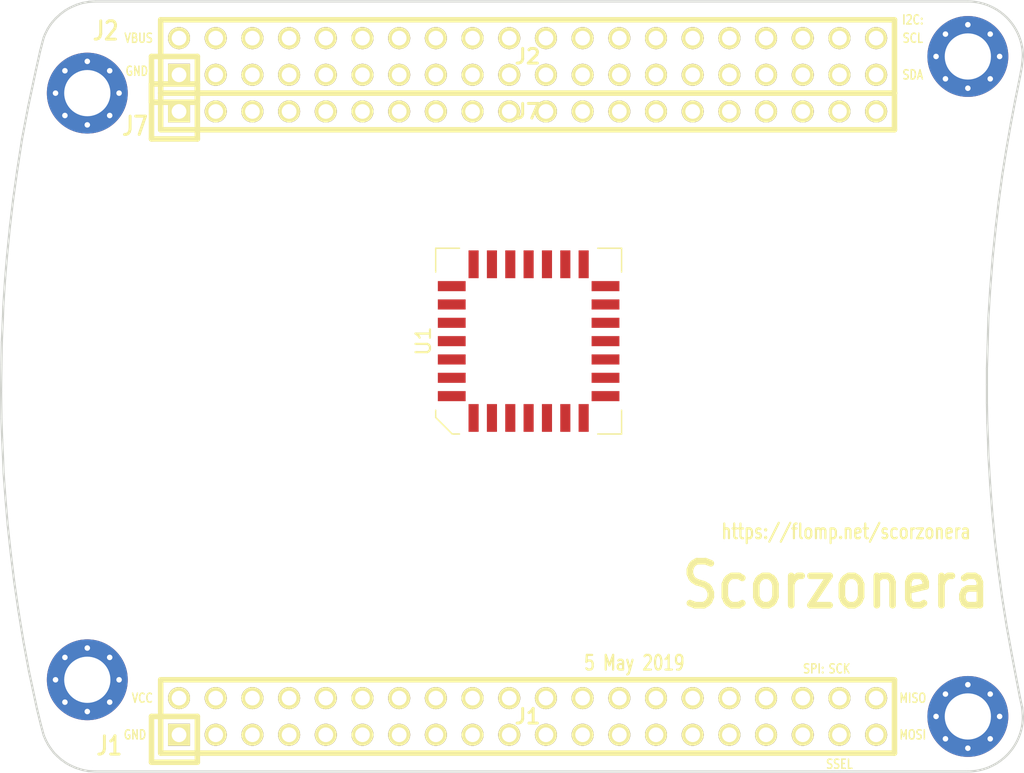
<source format=kicad_pcb>
(kicad_pcb (version 20171130) (host pcbnew 5.0.2-bee76a0~70~ubuntu18.04.1)

  (general
    (thickness 1.6)
    (drawings 118)
    (tracks 0)
    (zones 0)
    (modules 8)
    (nets 113)
  )

  (page A4)
  (layers
    (0 F.Cu signal)
    (31 B.Cu signal)
    (32 B.Adhes user)
    (33 F.Adhes user)
    (34 B.Paste user)
    (35 F.Paste user)
    (36 B.SilkS user)
    (37 F.SilkS user)
    (38 B.Mask user)
    (39 F.Mask user)
    (40 Dwgs.User user)
    (41 Cmts.User user)
    (42 Eco1.User user)
    (43 Eco2.User user)
    (44 Edge.Cuts user)
    (45 Margin user)
    (46 B.CrtYd user)
    (47 F.CrtYd user)
    (48 B.Fab user)
    (49 F.Fab user)
  )

  (setup
    (last_trace_width 0.2032)
    (user_trace_width 0.3048)
    (user_trace_width 0.508)
    (trace_clearance 0.1524)
    (zone_clearance 0.254)
    (zone_45_only no)
    (trace_min 0.2032)
    (segment_width 0.15)
    (edge_width 0.15)
    (via_size 0.762)
    (via_drill 0.3302)
    (via_min_size 0.6858)
    (via_min_drill 0.3302)
    (user_via 1.016 0.508)
    (uvia_size 0.508)
    (uvia_drill 0.2032)
    (uvias_allowed no)
    (uvia_min_size 0)
    (uvia_min_drill 0)
    (pcb_text_width 0.3)
    (pcb_text_size 1.5 1.5)
    (mod_edge_width 0.2032)
    (mod_text_size 1 1)
    (mod_text_width 0.15)
    (pad_size 1.524 1.524)
    (pad_drill 0.762)
    (pad_to_mask_clearance 0.127)
    (solder_mask_min_width 0.25)
    (pad_to_paste_clearance_ratio -0.05)
    (aux_axis_origin 0 0)
    (visible_elements FFFFFF7F)
    (pcbplotparams
      (layerselection 0x010fc_80000007)
      (usegerberextensions true)
      (usegerberattributes false)
      (usegerberadvancedattributes false)
      (creategerberjobfile false)
      (excludeedgelayer true)
      (linewidth 0.100000)
      (plotframeref false)
      (viasonmask false)
      (mode 1)
      (useauxorigin false)
      (hpglpennumber 1)
      (hpglpenspeed 20)
      (hpglpendiameter 15.000000)
      (psnegative false)
      (psa4output false)
      (plotreference false)
      (plotvalue false)
      (plotinvisibletext false)
      (padsonsilk false)
      (subtractmaskfromsilk false)
      (outputformat 1)
      (mirror false)
      (drillshape 0)
      (scaleselection 1)
      (outputdirectory "gerber"))
  )

  (net 0 "")
  (net 1 GND)
  (net 2 VCC)
  (net 3 /P4_9)
  (net 4 /SGPIO0)
  (net 5 /P4_10)
  (net 6 /P1_0)
  (net 7 /P5_0)
  (net 8 /P5_1)
  (net 9 /P1_1)
  (net 10 /CLK0)
  (net 11 /P1_2)
  (net 12 /P1_5)
  (net 13 /P5_2)
  (net 14 /P1_7)
  (net 15 /P1_6)
  (net 16 /P1_9)
  (net 17 /P1_8)
  (net 18 /P5_3)
  (net 19 /P1_10)
  (net 20 /P1_12)
  (net 21 /P1_11)
  (net 22 /P5_5)
  (net 23 /P5_4)
  (net 24 /P1_14)
  (net 25 /P1_13)
  (net 26 /P5_6)
  (net 27 /P5_7)
  (net 28 /P1_18)
  (net 29 /P1_17)
  (net 30 /P9_5)
  (net 31 /P9_6)
  (net 32 /P2_0)
  (net 33 /P6_0)
  (net 34 /P1_20)
  (net 35 /P1_19)
  (net 36 /P1_4)
  (net 37 /P1_3)
  (net 38 "Net-(J2-Pad2)")
  (net 39 /P4_8)
  (net 40 /P4_0)
  (net 41 /ADC0_0)
  (net 42 /P4_5)
  (net 43 /P4_4)
  (net 44 /P4_2)
  (net 45 /P4_3)
  (net 46 /P4_6)
  (net 47 /P4_7)
  (net 48 /CLK2)
  (net 49 /P2_8)
  (net 50 /P2_7)
  (net 51 /P2_6)
  (net 52 /P7_7)
  (net 53 /WAKEUP0)
  (net 54 /P2_5)
  (net 55 /P2_4)
  (net 56 /P2_3)
  (net 57 /PF_4)
  (net 58 /P3_2)
  (net 59 /P7_2)
  (net 60 /P3_1)
  (net 61 /P7_1)
  (net 62 /P3_0)
  (net 63 /P3_4)
  (net 64 /P3_7)
  (net 65 /P3_3)
  (net 66 /P2_2)
  (net 67 /P2_1)
  (net 68 /P6_3)
  (net 69 /P3_5)
  (net 70 /P3_6)
  (net 71 /I2C0_SDA)
  (net 72 /I2C0_SCL)
  (net 73 /P6_4)
  (net 74 /P6_5)
  (net 75 /ADC0_5)
  (net 76 /ADC0_2)
  (net 77 /P2_9)
  (net 78 /P2_12)
  (net 79 /P2_13)
  (net 80 /RTC_ALARM)
  (net 81 /RESET)
  (net 82 /VBAT)
  (net 83 /P2_11)
  (net 84 /P2_10)
  (net 85 /P6_10)
  (net 86 /P6_9)
  (net 87 /P6_2)
  (net 88 /P6_1)
  (net 89 /SGPIO3)
  (net 90 /SGPIO2)
  (net 91 /SGPIO1)
  (net 92 /SGPIO4)
  (net 93 /SGPIO5)
  (net 94 /SGPIO6)
  (net 95 "Net-(U1-Pad5)")
  (net 96 "Net-(U1-Pad6)")
  (net 97 "Net-(U1-Pad9)")
  (net 98 "Net-(U1-Pad10)")
  (net 99 "Net-(U1-Pad11)")
  (net 100 "Net-(U1-Pad12)")
  (net 101 "Net-(U1-Pad13)")
  (net 102 "Net-(U1-Pad14)")
  (net 103 "Net-(U1-Pad15)")
  (net 104 "Net-(U1-Pad16)")
  (net 105 "Net-(U1-Pad17)")
  (net 106 "Net-(U1-Pad18)")
  (net 107 "Net-(U1-Pad19)")
  (net 108 "Net-(U1-Pad22)")
  (net 109 "Net-(U1-Pad23)")
  (net 110 "Net-(U1-Pad24)")
  (net 111 /SGPIO7)
  (net 112 +5V)

  (net_class Default "This is the default net class."
    (clearance 0.1524)
    (trace_width 0.2032)
    (via_dia 0.762)
    (via_drill 0.3302)
    (uvia_dia 0.508)
    (uvia_drill 0.2032)
    (add_net +5V)
    (add_net /ADC0_0)
    (add_net /ADC0_2)
    (add_net /ADC0_5)
    (add_net /CLK0)
    (add_net /CLK2)
    (add_net /I2C0_SCL)
    (add_net /I2C0_SDA)
    (add_net /P1_0)
    (add_net /P1_1)
    (add_net /P1_10)
    (add_net /P1_11)
    (add_net /P1_12)
    (add_net /P1_13)
    (add_net /P1_14)
    (add_net /P1_17)
    (add_net /P1_18)
    (add_net /P1_19)
    (add_net /P1_2)
    (add_net /P1_20)
    (add_net /P1_3)
    (add_net /P1_4)
    (add_net /P1_5)
    (add_net /P1_6)
    (add_net /P1_7)
    (add_net /P1_8)
    (add_net /P1_9)
    (add_net /P2_0)
    (add_net /P2_1)
    (add_net /P2_10)
    (add_net /P2_11)
    (add_net /P2_12)
    (add_net /P2_13)
    (add_net /P2_2)
    (add_net /P2_3)
    (add_net /P2_4)
    (add_net /P2_5)
    (add_net /P2_6)
    (add_net /P2_7)
    (add_net /P2_8)
    (add_net /P2_9)
    (add_net /P3_0)
    (add_net /P3_1)
    (add_net /P3_2)
    (add_net /P3_3)
    (add_net /P3_4)
    (add_net /P3_5)
    (add_net /P3_6)
    (add_net /P3_7)
    (add_net /P4_0)
    (add_net /P4_10)
    (add_net /P4_2)
    (add_net /P4_3)
    (add_net /P4_4)
    (add_net /P4_5)
    (add_net /P4_6)
    (add_net /P4_7)
    (add_net /P4_8)
    (add_net /P4_9)
    (add_net /P5_0)
    (add_net /P5_1)
    (add_net /P5_2)
    (add_net /P5_3)
    (add_net /P5_4)
    (add_net /P5_5)
    (add_net /P5_6)
    (add_net /P5_7)
    (add_net /P6_0)
    (add_net /P6_1)
    (add_net /P6_10)
    (add_net /P6_2)
    (add_net /P6_3)
    (add_net /P6_4)
    (add_net /P6_5)
    (add_net /P6_9)
    (add_net /P7_1)
    (add_net /P7_2)
    (add_net /P7_7)
    (add_net /P9_5)
    (add_net /P9_6)
    (add_net /PF_4)
    (add_net /RESET)
    (add_net /RTC_ALARM)
    (add_net /SGPIO0)
    (add_net /SGPIO1)
    (add_net /SGPIO2)
    (add_net /SGPIO3)
    (add_net /SGPIO4)
    (add_net /SGPIO5)
    (add_net /SGPIO6)
    (add_net /SGPIO7)
    (add_net /VBAT)
    (add_net /WAKEUP0)
    (add_net GND)
    (add_net "Net-(J2-Pad2)")
    (add_net "Net-(U1-Pad10)")
    (add_net "Net-(U1-Pad11)")
    (add_net "Net-(U1-Pad12)")
    (add_net "Net-(U1-Pad13)")
    (add_net "Net-(U1-Pad14)")
    (add_net "Net-(U1-Pad15)")
    (add_net "Net-(U1-Pad16)")
    (add_net "Net-(U1-Pad17)")
    (add_net "Net-(U1-Pad18)")
    (add_net "Net-(U1-Pad19)")
    (add_net "Net-(U1-Pad22)")
    (add_net "Net-(U1-Pad23)")
    (add_net "Net-(U1-Pad24)")
    (add_net "Net-(U1-Pad5)")
    (add_net "Net-(U1-Pad6)")
    (add_net "Net-(U1-Pad9)")
    (add_net VCC)
  )

  (module gsg-modules:HEADER-1x20 (layer F.Cu) (tedit 560071ED) (tstamp 56008D0F)
    (at 146.05 76.2)
    (tags CONN)
    (path /560E713A)
    (fp_text reference J7 (at 0 0) (layer F.SilkS)
      (effects (font (size 1.016 1.016) (thickness 0.2032)))
    )
    (fp_text value BONUS_ROW (at -15.24 0) (layer F.SilkS) hide
      (effects (font (size 1.016 1.016) (thickness 0.2032)))
    )
    (fp_line (start -22.86 1.905) (end -22.86 -1.905) (layer F.SilkS) (width 0.381))
    (fp_line (start -22.86 -1.905) (end -26.035 -1.905) (layer F.SilkS) (width 0.381))
    (fp_line (start -26.035 -1.905) (end -26.035 1.905) (layer F.SilkS) (width 0.381))
    (fp_line (start -25.4 -1.27) (end -25.4 1.27) (layer F.SilkS) (width 0.381))
    (fp_line (start -25.4 1.27) (end 25.4 1.27) (layer F.SilkS) (width 0.381))
    (fp_line (start 25.4 1.27) (end 25.4 -1.27) (layer F.SilkS) (width 0.381))
    (fp_line (start 25.4 -1.27) (end -25.4 -1.27) (layer F.SilkS) (width 0.381))
    (fp_line (start -26.035 1.905) (end -22.86 1.905) (layer F.SilkS) (width 0.381))
    (pad 1 thru_hole rect (at -24.13 0) (size 1.524 1.524) (drill 1.016) (layers *.Cu *.Mask F.SilkS)
      (net 1 GND) (die_length 0.08382))
    (pad 2 thru_hole circle (at -21.59 0) (size 1.524 1.524) (drill 1.016) (layers *.Cu *.Mask F.SilkS)
      (net 73 /P6_4) (die_length 0.06096))
    (pad 3 thru_hole circle (at -19.05 0) (size 1.524 1.524) (drill 1.016) (layers *.Cu *.Mask F.SilkS)
      (net 74 /P6_5) (die_length 0.08382))
    (pad 4 thru_hole circle (at -16.51 0) (size 1.524 1.524) (drill 1.016) (layers *.Cu *.Mask F.SilkS)
      (net 75 /ADC0_5) (die_length -2147.483648))
    (pad 5 thru_hole circle (at -13.97 0) (size 1.524 1.524) (drill 1.016) (layers *.Cu *.Mask F.SilkS)
      (net 76 /ADC0_2) (die_length -2147.483648))
    (pad 6 thru_hole circle (at -11.43 0) (size 1.524 1.524) (drill 1.016) (layers *.Cu *.Mask F.SilkS)
      (net 77 /P2_9) (die_length 0.7874))
    (pad 7 thru_hole circle (at -8.89 0) (size 1.524 1.524) (drill 1.016) (layers *.Cu *.Mask F.SilkS)
      (net 78 /P2_12) (die_length -2147.483648))
    (pad 8 thru_hole circle (at -6.35 0) (size 1.524 1.524) (drill 1.016) (layers *.Cu *.Mask F.SilkS)
      (net 79 /P2_13) (die_length -2147.483648))
    (pad 9 thru_hole circle (at -3.81 0) (size 1.524 1.524) (drill 1.016) (layers *.Cu *.Mask F.SilkS)
      (net 80 /RTC_ALARM))
    (pad 10 thru_hole circle (at -1.27 0) (size 1.524 1.524) (drill 1.016) (layers *.Cu *.Mask F.SilkS)
      (net 1 GND))
    (pad 11 thru_hole circle (at 1.27 0) (size 1.524 1.524) (drill 1.016) (layers *.Cu *.Mask F.SilkS)
      (net 81 /RESET))
    (pad 12 thru_hole circle (at 3.81 0) (size 1.524 1.524) (drill 1.016) (layers *.Cu *.Mask F.SilkS)
      (net 82 /VBAT))
    (pad 13 thru_hole circle (at 6.35 0) (size 1.524 1.524) (drill 1.016) (layers *.Cu *.Mask F.SilkS)
      (net 83 /P2_11))
    (pad 14 thru_hole circle (at 8.89 0) (size 1.524 1.524) (drill 1.016) (layers *.Cu *.Mask F.SilkS)
      (net 84 /P2_10))
    (pad 15 thru_hole circle (at 11.43 0) (size 1.524 1.524) (drill 1.016) (layers *.Cu *.Mask F.SilkS)
      (net 85 /P6_10))
    (pad 16 thru_hole circle (at 13.97 0) (size 1.524 1.524) (drill 1.016) (layers *.Cu *.Mask F.SilkS)
      (net 86 /P6_9))
    (pad 17 thru_hole circle (at 16.51 0) (size 1.524 1.524) (drill 1.016) (layers *.Cu *.Mask F.SilkS)
      (net 87 /P6_2))
    (pad 18 thru_hole circle (at 19.05 0) (size 1.524 1.524) (drill 1.016) (layers *.Cu *.Mask F.SilkS)
      (net 88 /P6_1))
    (pad 19 thru_hole circle (at 21.59 0) (size 1.524 1.524) (drill 1.016) (layers *.Cu *.Mask F.SilkS)
      (net 1 GND))
    (pad 20 thru_hole circle (at 24.13 0) (size 1.524 1.524) (drill 1.016) (layers *.Cu *.Mask F.SilkS)
      (net 2 VCC))
  )

  (module gsg-modules:HEADER-2x20 (layer F.Cu) (tedit 4F8A60EE) (tstamp 56008C89)
    (at 146.05 118.11)
    (tags CONN)
    (path /55FB1D52)
    (fp_text reference J1 (at 0 0) (layer F.SilkS)
      (effects (font (size 1.016 1.016) (thickness 0.2032)))
    )
    (fp_text value NEIGHBOR1 (at 0 0) (layer F.SilkS) hide
      (effects (font (size 1.016 1.016) (thickness 0.2032)))
    )
    (fp_line (start -25.4 -2.54) (end 25.4 -2.54) (layer F.SilkS) (width 0.381))
    (fp_line (start 25.4 -2.54) (end 25.4 2.54) (layer F.SilkS) (width 0.381))
    (fp_line (start 25.4 2.54) (end -25.4 2.54) (layer F.SilkS) (width 0.381))
    (fp_line (start -22.86 0) (end -26.035 0) (layer F.SilkS) (width 0.381))
    (fp_line (start -26.035 0) (end -26.035 3.175) (layer F.SilkS) (width 0.381))
    (fp_line (start -26.035 3.175) (end -22.86 3.175) (layer F.SilkS) (width 0.381))
    (fp_line (start -22.86 3.175) (end -22.86 0) (layer F.SilkS) (width 0.381))
    (fp_line (start -25.4 2.54) (end -25.4 -2.54) (layer F.SilkS) (width 0.381))
    (pad 1 thru_hole rect (at -24.13 1.27) (size 1.524 1.524) (drill 1.016) (layers *.Cu *.Mask F.SilkS)
      (net 1 GND) (die_length 0.08382))
    (pad 2 thru_hole circle (at -24.13 -1.27) (size 1.524 1.524) (drill 1.016) (layers *.Cu *.Mask F.SilkS)
      (net 2 VCC) (die_length -2147.483648))
    (pad 3 thru_hole circle (at -21.59 1.27) (size 1.524 1.524) (drill 1.016) (layers *.Cu *.Mask F.SilkS)
      (net 3 /P4_9) (die_length 0.06096))
    (pad 4 thru_hole circle (at -21.59 -1.27) (size 1.524 1.524) (drill 1.016) (layers *.Cu *.Mask F.SilkS)
      (net 4 /SGPIO0) (die_length -2147.483648))
    (pad 5 thru_hole circle (at -19.05 1.27) (size 1.524 1.524) (drill 1.016) (layers *.Cu *.Mask F.SilkS)
      (net 5 /P4_10) (die_length 0.12192))
    (pad 6 thru_hole circle (at -19.05 -1.27) (size 1.524 1.524) (drill 1.016) (layers *.Cu *.Mask F.SilkS)
      (net 91 /SGPIO1) (die_length 0.12192))
    (pad 7 thru_hole circle (at -16.51 1.27) (size 1.524 1.524) (drill 1.016) (layers *.Cu *.Mask F.SilkS)
      (net 6 /P1_0) (die_length 0.12192))
    (pad 8 thru_hole circle (at -16.51 -1.27) (size 1.524 1.524) (drill 1.016) (layers *.Cu *.Mask F.SilkS)
      (net 7 /P5_0) (die_length 0.08382))
    (pad 9 thru_hole circle (at -13.97 1.27) (size 1.524 1.524) (drill 1.016) (layers *.Cu *.Mask F.SilkS)
      (net 8 /P5_1) (die_length -2147.483648))
    (pad 10 thru_hole circle (at -13.97 -1.27) (size 1.524 1.524) (drill 1.016) (layers *.Cu *.Mask F.SilkS)
      (net 9 /P1_1) (die_length 0.24638))
    (pad 11 thru_hole circle (at -11.43 1.27) (size 1.524 1.524) (drill 1.016) (layers *.Cu *.Mask F.SilkS)
      (net 10 /CLK0) (die_length -2147.483648))
    (pad 12 thru_hole circle (at -11.43 -1.27) (size 1.524 1.524) (drill 1.016) (layers *.Cu *.Mask F.SilkS)
      (net 11 /P1_2) (die_length -2147.483648))
    (pad 13 thru_hole circle (at -8.89 1.27) (size 1.524 1.524) (drill 1.016) (layers *.Cu *.Mask F.SilkS)
      (net 12 /P1_5) (die_length 0.10668))
    (pad 14 thru_hole circle (at -8.89 -1.27) (size 1.524 1.524) (drill 1.016) (layers *.Cu *.Mask F.SilkS)
      (net 13 /P5_2) (die_length 0.04318))
    (pad 15 thru_hole circle (at -6.35 1.27) (size 1.524 1.524) (drill 1.016) (layers *.Cu *.Mask F.SilkS)
      (net 14 /P1_7) (die_length 0.02286))
    (pad 16 thru_hole circle (at -6.35 -1.27) (size 1.524 1.524) (drill 1.016) (layers *.Cu *.Mask F.SilkS)
      (net 15 /P1_6) (die_length 0.25146))
    (pad 17 thru_hole circle (at -3.81 1.27) (size 1.524 1.524) (drill 1.016) (layers *.Cu *.Mask F.SilkS)
      (net 16 /P1_9) (die_length -2147.483648))
    (pad 18 thru_hole circle (at -3.81 -1.27) (size 1.524 1.524) (drill 1.016) (layers *.Cu *.Mask F.SilkS)
      (net 17 /P1_8) (die_length -2147.483648))
    (pad 19 thru_hole circle (at -1.27 1.27) (size 1.524 1.524) (drill 1.016) (layers *.Cu *.Mask F.SilkS)
      (net 18 /P5_3) (die_length 0.08382))
    (pad 20 thru_hole circle (at -1.27 -1.27) (size 1.524 1.524) (drill 1.016) (layers *.Cu *.Mask F.SilkS)
      (net 19 /P1_10) (die_length 0.08382))
    (pad 21 thru_hole circle (at 1.27 1.27) (size 1.524 1.524) (drill 1.016) (layers *.Cu *.Mask F.SilkS)
      (net 20 /P1_12) (die_length -2147.483648))
    (pad 22 thru_hole circle (at 1.27 -1.27) (size 1.524 1.524) (drill 1.016) (layers *.Cu *.Mask F.SilkS)
      (net 21 /P1_11) (die_length 0.08382))
    (pad 23 thru_hole circle (at 3.81 1.27) (size 1.524 1.524) (drill 1.016) (layers *.Cu *.Mask F.SilkS)
      (net 22 /P5_5) (die_length -2147.483648))
    (pad 24 thru_hole circle (at 3.81 -1.27) (size 1.524 1.524) (drill 1.016) (layers *.Cu *.Mask F.SilkS)
      (net 23 /P5_4) (die_length -2147.483648))
    (pad 25 thru_hole circle (at 6.35 1.27) (size 1.524 1.524) (drill 1.016) (layers *.Cu *.Mask F.SilkS)
      (net 24 /P1_14) (die_length 0.08382))
    (pad 26 thru_hole circle (at 6.35 -1.27) (size 1.524 1.524) (drill 1.016) (layers *.Cu *.Mask F.SilkS)
      (net 25 /P1_13) (die_length -2147.483648))
    (pad 27 thru_hole circle (at 8.89 1.27) (size 1.524 1.524) (drill 1.016) (layers *.Cu *.Mask F.SilkS)
      (net 26 /P5_6) (die_length -2147.483648))
    (pad 28 thru_hole circle (at 8.89 -1.27) (size 1.524 1.524) (drill 1.016) (layers *.Cu *.Mask F.SilkS)
      (net 90 /SGPIO2) (die_length 0.08382))
    (pad 29 thru_hole circle (at 11.43 1.27) (size 1.524 1.524) (drill 1.016) (layers *.Cu *.Mask F.SilkS)
      (net 27 /P5_7) (die_length 0.08382))
    (pad 30 thru_hole circle (at 11.43 -1.27) (size 1.524 1.524) (drill 1.016) (layers *.Cu *.Mask F.SilkS)
      (net 89 /SGPIO3) (die_length -2147.483648))
    (pad 31 thru_hole circle (at 13.97 1.27) (size 1.524 1.524) (drill 1.016) (layers *.Cu *.Mask F.SilkS)
      (net 28 /P1_18) (die_length 0.08382))
    (pad 32 thru_hole circle (at 13.97 -1.27) (size 1.524 1.524) (drill 1.016) (layers *.Cu *.Mask F.SilkS)
      (net 29 /P1_17) (die_length -2147.483648))
    (pad 33 thru_hole circle (at 16.51 1.27) (size 1.524 1.524) (drill 1.016) (layers *.Cu *.Mask F.SilkS)
      (net 30 /P9_5) (die_length -2147.483648))
    (pad 34 thru_hole circle (at 16.51 -1.27) (size 1.524 1.524) (drill 1.016) (layers *.Cu *.Mask F.SilkS)
      (net 31 /P9_6) (die_length 0.08382))
    (pad 35 thru_hole circle (at 19.05 1.27) (size 1.524 1.524) (drill 1.016) (layers *.Cu *.Mask F.SilkS)
      (net 32 /P2_0) (die_length -2147.483648))
    (pad 36 thru_hole circle (at 19.05 -1.27) (size 1.524 1.524) (drill 1.016) (layers *.Cu *.Mask F.SilkS)
      (net 33 /P6_0) (die_length 0.08382))
    (pad 37 thru_hole circle (at 21.59 1.27) (size 1.524 1.524) (drill 1.016) (layers *.Cu *.Mask F.SilkS)
      (net 34 /P1_20) (die_length 0.08382))
    (pad 38 thru_hole circle (at 21.59 -1.27) (size 1.524 1.524) (drill 1.016) (layers *.Cu *.Mask F.SilkS)
      (net 35 /P1_19) (die_length -2147.483648))
    (pad 39 thru_hole circle (at 24.13 1.27) (size 1.524 1.524) (drill 1.016) (layers *.Cu *.Mask F.SilkS)
      (net 36 /P1_4) (die_length 0.08382))
    (pad 40 thru_hole circle (at 24.13 -1.27) (size 1.524 1.524) (drill 1.016) (layers *.Cu *.Mask F.SilkS)
      (net 37 /P1_3) (die_length 0.08382))
  )

  (module gsg-modules:HEADER-2x20 (layer F.Cu) (tedit 4F8A60EE) (tstamp 56008CB5)
    (at 146.05 72.39)
    (tags CONN)
    (path /55EAB4B7)
    (fp_text reference J2 (at 0 0) (layer F.SilkS)
      (effects (font (size 1.016 1.016) (thickness 0.2032)))
    )
    (fp_text value NEIGHBOR2 (at 0 0) (layer F.SilkS) hide
      (effects (font (size 1.016 1.016) (thickness 0.2032)))
    )
    (fp_line (start -25.4 -2.54) (end 25.4 -2.54) (layer F.SilkS) (width 0.381))
    (fp_line (start 25.4 -2.54) (end 25.4 2.54) (layer F.SilkS) (width 0.381))
    (fp_line (start 25.4 2.54) (end -25.4 2.54) (layer F.SilkS) (width 0.381))
    (fp_line (start -22.86 0) (end -26.035 0) (layer F.SilkS) (width 0.381))
    (fp_line (start -26.035 0) (end -26.035 3.175) (layer F.SilkS) (width 0.381))
    (fp_line (start -26.035 3.175) (end -22.86 3.175) (layer F.SilkS) (width 0.381))
    (fp_line (start -22.86 3.175) (end -22.86 0) (layer F.SilkS) (width 0.381))
    (fp_line (start -25.4 2.54) (end -25.4 -2.54) (layer F.SilkS) (width 0.381))
    (pad 1 thru_hole rect (at -24.13 1.27) (size 1.524 1.524) (drill 1.016) (layers *.Cu *.Mask F.SilkS)
      (net 1 GND) (die_length 0.08382))
    (pad 2 thru_hole circle (at -24.13 -1.27) (size 1.524 1.524) (drill 1.016) (layers *.Cu *.Mask F.SilkS)
      (net 38 "Net-(J2-Pad2)") (die_length -2147.483648))
    (pad 3 thru_hole circle (at -21.59 1.27) (size 1.524 1.524) (drill 1.016) (layers *.Cu *.Mask F.SilkS)
      (net 39 /P4_8) (die_length 0.06096))
    (pad 4 thru_hole circle (at -21.59 -1.27) (size 1.524 1.524) (drill 1.016) (layers *.Cu *.Mask F.SilkS)
      (net 40 /P4_0) (die_length -2147.483648))
    (pad 5 thru_hole circle (at -19.05 1.27) (size 1.524 1.524) (drill 1.016) (layers *.Cu *.Mask F.SilkS)
      (net 41 /ADC0_0) (die_length 0.12192))
    (pad 6 thru_hole circle (at -19.05 -1.27) (size 1.524 1.524) (drill 1.016) (layers *.Cu *.Mask F.SilkS)
      (net 42 /P4_5) (die_length 0.12192))
    (pad 7 thru_hole circle (at -16.51 1.27) (size 1.524 1.524) (drill 1.016) (layers *.Cu *.Mask F.SilkS)
      (net 43 /P4_4) (die_length 0.12192))
    (pad 8 thru_hole circle (at -16.51 -1.27) (size 1.524 1.524) (drill 1.016) (layers *.Cu *.Mask F.SilkS)
      (net 44 /P4_2) (die_length 0.08382))
    (pad 9 thru_hole circle (at -13.97 1.27) (size 1.524 1.524) (drill 1.016) (layers *.Cu *.Mask F.SilkS)
      (net 45 /P4_3) (die_length -2147.483648))
    (pad 10 thru_hole circle (at -13.97 -1.27) (size 1.524 1.524) (drill 1.016) (layers *.Cu *.Mask F.SilkS)
      (net 46 /P4_6) (die_length 0.24638))
    (pad 11 thru_hole circle (at -11.43 1.27) (size 1.524 1.524) (drill 1.016) (layers *.Cu *.Mask F.SilkS)
      (net 47 /P4_7) (die_length -2147.483648))
    (pad 12 thru_hole circle (at -11.43 -1.27) (size 1.524 1.524) (drill 1.016) (layers *.Cu *.Mask F.SilkS)
      (net 48 /CLK2) (die_length -2147.483648))
    (pad 13 thru_hole circle (at -8.89 1.27) (size 1.524 1.524) (drill 1.016) (layers *.Cu *.Mask F.SilkS)
      (net 49 /P2_8) (die_length 0.10668))
    (pad 14 thru_hole circle (at -8.89 -1.27) (size 1.524 1.524) (drill 1.016) (layers *.Cu *.Mask F.SilkS)
      (net 50 /P2_7) (die_length 0.04318))
    (pad 15 thru_hole circle (at -6.35 1.27) (size 1.524 1.524) (drill 1.016) (layers *.Cu *.Mask F.SilkS)
      (net 51 /P2_6) (die_length 0.02286))
    (pad 16 thru_hole circle (at -6.35 -1.27) (size 1.524 1.524) (drill 1.016) (layers *.Cu *.Mask F.SilkS)
      (net 52 /P7_7) (die_length 0.25146))
    (pad 17 thru_hole circle (at -3.81 1.27) (size 1.524 1.524) (drill 1.016) (layers *.Cu *.Mask F.SilkS)
      (net 53 /WAKEUP0) (die_length -2147.483648))
    (pad 18 thru_hole circle (at -3.81 -1.27) (size 1.524 1.524) (drill 1.016) (layers *.Cu *.Mask F.SilkS)
      (net 54 /P2_5) (die_length -2147.483648))
    (pad 19 thru_hole circle (at -1.27 1.27) (size 1.524 1.524) (drill 1.016) (layers *.Cu *.Mask F.SilkS)
      (net 55 /P2_4) (die_length 0.08382))
    (pad 20 thru_hole circle (at -1.27 -1.27) (size 1.524 1.524) (drill 1.016) (layers *.Cu *.Mask F.SilkS)
      (net 56 /P2_3) (die_length 0.08382))
    (pad 21 thru_hole circle (at 1.27 1.27) (size 1.524 1.524) (drill 1.016) (layers *.Cu *.Mask F.SilkS)
      (net 57 /PF_4) (die_length -2147.483648))
    (pad 22 thru_hole circle (at 1.27 -1.27) (size 1.524 1.524) (drill 1.016) (layers *.Cu *.Mask F.SilkS)
      (net 58 /P3_2) (die_length 0.08382))
    (pad 23 thru_hole circle (at 3.81 1.27) (size 1.524 1.524) (drill 1.016) (layers *.Cu *.Mask F.SilkS)
      (net 59 /P7_2) (die_length -2147.483648))
    (pad 24 thru_hole circle (at 3.81 -1.27) (size 1.524 1.524) (drill 1.016) (layers *.Cu *.Mask F.SilkS)
      (net 60 /P3_1) (die_length -2147.483648))
    (pad 25 thru_hole circle (at 6.35 1.27) (size 1.524 1.524) (drill 1.016) (layers *.Cu *.Mask F.SilkS)
      (net 61 /P7_1) (die_length 0.08382))
    (pad 26 thru_hole circle (at 6.35 -1.27) (size 1.524 1.524) (drill 1.016) (layers *.Cu *.Mask F.SilkS)
      (net 62 /P3_0) (die_length -2147.483648))
    (pad 27 thru_hole circle (at 8.89 1.27) (size 1.524 1.524) (drill 1.016) (layers *.Cu *.Mask F.SilkS)
      (net 92 /SGPIO4) (die_length -2147.483648))
    (pad 28 thru_hole circle (at 8.89 -1.27) (size 1.524 1.524) (drill 1.016) (layers *.Cu *.Mask F.SilkS)
      (net 63 /P3_4) (die_length 0.08382))
    (pad 29 thru_hole circle (at 11.43 1.27) (size 1.524 1.524) (drill 1.016) (layers *.Cu *.Mask F.SilkS)
      (net 111 /SGPIO7) (die_length 0.08382))
    (pad 30 thru_hole circle (at 11.43 -1.27) (size 1.524 1.524) (drill 1.016) (layers *.Cu *.Mask F.SilkS)
      (net 64 /P3_7) (die_length -2147.483648))
    (pad 31 thru_hole circle (at 13.97 1.27) (size 1.524 1.524) (drill 1.016) (layers *.Cu *.Mask F.SilkS)
      (net 94 /SGPIO6) (die_length 0.08382))
    (pad 32 thru_hole circle (at 13.97 -1.27) (size 1.524 1.524) (drill 1.016) (layers *.Cu *.Mask F.SilkS)
      (net 65 /P3_3) (die_length -2147.483648))
    (pad 33 thru_hole circle (at 16.51 1.27) (size 1.524 1.524) (drill 1.016) (layers *.Cu *.Mask F.SilkS)
      (net 66 /P2_2) (die_length -2147.483648))
    (pad 34 thru_hole circle (at 16.51 -1.27) (size 1.524 1.524) (drill 1.016) (layers *.Cu *.Mask F.SilkS)
      (net 93 /SGPIO5) (die_length 0.08382))
    (pad 35 thru_hole circle (at 19.05 1.27) (size 1.524 1.524) (drill 1.016) (layers *.Cu *.Mask F.SilkS)
      (net 67 /P2_1) (die_length -2147.483648))
    (pad 36 thru_hole circle (at 19.05 -1.27) (size 1.524 1.524) (drill 1.016) (layers *.Cu *.Mask F.SilkS)
      (net 68 /P6_3) (die_length 0.08382))
    (pad 37 thru_hole circle (at 21.59 1.27) (size 1.524 1.524) (drill 1.016) (layers *.Cu *.Mask F.SilkS)
      (net 69 /P3_5) (die_length 0.08382))
    (pad 38 thru_hole circle (at 21.59 -1.27) (size 1.524 1.524) (drill 1.016) (layers *.Cu *.Mask F.SilkS)
      (net 70 /P3_6) (die_length -2147.483648))
    (pad 39 thru_hole circle (at 24.13 1.27) (size 1.524 1.524) (drill 1.016) (layers *.Cu *.Mask F.SilkS)
      (net 71 /I2C0_SDA) (die_length 0.08382))
    (pad 40 thru_hole circle (at 24.13 -1.27) (size 1.524 1.524) (drill 1.016) (layers *.Cu *.Mask F.SilkS)
      (net 72 /I2C0_SCL) (die_length 0.08382))
  )

  (module gsg-modules:HOLE126MIL-COPPER (layer F.Cu) (tedit 528F8568) (tstamp 56009D36)
    (at 115.57 74.93)
    (path /56010ADB)
    (fp_text reference MH1 (at 0 0) (layer F.SilkS) hide
      (effects (font (size 1.00076 1.00076) (thickness 0.2032)))
    )
    (fp_text value MOUNTING_HOLE (at 0 0) (layer F.SilkS) hide
      (effects (font (size 1.00076 1.00076) (thickness 0.2032)))
    )
    (pad 1 thru_hole circle (at 0 0) (size 5.6 5.6) (drill 3.2004) (layers *.Cu *.Mask)
      (net 1 GND))
    (pad 1 thru_hole circle (at 0 -2.2) (size 0.6 0.6) (drill 0.381) (layers *.Cu *.Mask)
      (net 1 GND))
    (pad 1 thru_hole circle (at -2.2 0) (size 0.6 0.6) (drill 0.381) (layers *.Cu *.Mask)
      (net 1 GND))
    (pad 1 thru_hole circle (at 0 2.2) (size 0.6 0.6) (drill 0.381) (layers *.Cu *.Mask)
      (net 1 GND))
    (pad 1 thru_hole circle (at 2.2 0) (size 0.6 0.6) (drill 0.381) (layers *.Cu *.Mask)
      (net 1 GND))
    (pad 1 thru_hole circle (at 1.55 -1.55) (size 0.6 0.6) (drill 0.381) (layers *.Cu *.Mask)
      (net 1 GND))
    (pad 1 thru_hole circle (at -1.55 -1.55) (size 0.6 0.6) (drill 0.381) (layers *.Cu *.Mask)
      (net 1 GND))
    (pad 1 thru_hole circle (at -1.55 1.55) (size 0.6 0.6) (drill 0.381) (layers *.Cu *.Mask)
      (net 1 GND))
    (pad 1 thru_hole circle (at 1.55 1.55) (size 0.6 0.6) (drill 0.381) (layers *.Cu *.Mask)
      (net 1 GND))
  )

  (module gsg-modules:HOLE126MIL-COPPER (layer F.Cu) (tedit 528F8568) (tstamp 56009D43)
    (at 115.57 115.57)
    (path /56010AE9)
    (fp_text reference MH2 (at 0 0) (layer F.SilkS) hide
      (effects (font (size 1.00076 1.00076) (thickness 0.2032)))
    )
    (fp_text value MOUNTING_HOLE (at 0 0) (layer F.SilkS) hide
      (effects (font (size 1.00076 1.00076) (thickness 0.2032)))
    )
    (pad 1 thru_hole circle (at 0 0) (size 5.6 5.6) (drill 3.2004) (layers *.Cu *.Mask)
      (net 1 GND))
    (pad 1 thru_hole circle (at 0 -2.2) (size 0.6 0.6) (drill 0.381) (layers *.Cu *.Mask)
      (net 1 GND))
    (pad 1 thru_hole circle (at -2.2 0) (size 0.6 0.6) (drill 0.381) (layers *.Cu *.Mask)
      (net 1 GND))
    (pad 1 thru_hole circle (at 0 2.2) (size 0.6 0.6) (drill 0.381) (layers *.Cu *.Mask)
      (net 1 GND))
    (pad 1 thru_hole circle (at 2.2 0) (size 0.6 0.6) (drill 0.381) (layers *.Cu *.Mask)
      (net 1 GND))
    (pad 1 thru_hole circle (at 1.55 -1.55) (size 0.6 0.6) (drill 0.381) (layers *.Cu *.Mask)
      (net 1 GND))
    (pad 1 thru_hole circle (at -1.55 -1.55) (size 0.6 0.6) (drill 0.381) (layers *.Cu *.Mask)
      (net 1 GND))
    (pad 1 thru_hole circle (at -1.55 1.55) (size 0.6 0.6) (drill 0.381) (layers *.Cu *.Mask)
      (net 1 GND))
    (pad 1 thru_hole circle (at 1.55 1.55) (size 0.6 0.6) (drill 0.381) (layers *.Cu *.Mask)
      (net 1 GND))
  )

  (module gsg-modules:HOLE126MIL-COPPER (layer F.Cu) (tedit 528F8568) (tstamp 56009D50)
    (at 176.53 118.11)
    (path /5600EED5)
    (fp_text reference MH3 (at 0 0) (layer F.SilkS) hide
      (effects (font (size 1.00076 1.00076) (thickness 0.2032)))
    )
    (fp_text value MOUNTING_HOLE (at 0 0) (layer F.SilkS) hide
      (effects (font (size 1.00076 1.00076) (thickness 0.2032)))
    )
    (pad 1 thru_hole circle (at 0 0) (size 5.6 5.6) (drill 3.2004) (layers *.Cu *.Mask)
      (net 1 GND))
    (pad 1 thru_hole circle (at 0 -2.2) (size 0.6 0.6) (drill 0.381) (layers *.Cu *.Mask)
      (net 1 GND))
    (pad 1 thru_hole circle (at -2.2 0) (size 0.6 0.6) (drill 0.381) (layers *.Cu *.Mask)
      (net 1 GND))
    (pad 1 thru_hole circle (at 0 2.2) (size 0.6 0.6) (drill 0.381) (layers *.Cu *.Mask)
      (net 1 GND))
    (pad 1 thru_hole circle (at 2.2 0) (size 0.6 0.6) (drill 0.381) (layers *.Cu *.Mask)
      (net 1 GND))
    (pad 1 thru_hole circle (at 1.55 -1.55) (size 0.6 0.6) (drill 0.381) (layers *.Cu *.Mask)
      (net 1 GND))
    (pad 1 thru_hole circle (at -1.55 -1.55) (size 0.6 0.6) (drill 0.381) (layers *.Cu *.Mask)
      (net 1 GND))
    (pad 1 thru_hole circle (at -1.55 1.55) (size 0.6 0.6) (drill 0.381) (layers *.Cu *.Mask)
      (net 1 GND))
    (pad 1 thru_hole circle (at 1.55 1.55) (size 0.6 0.6) (drill 0.381) (layers *.Cu *.Mask)
      (net 1 GND))
  )

  (module gsg-modules:HOLE126MIL-COPPER (layer F.Cu) (tedit 528F8568) (tstamp 56009D5D)
    (at 176.53 72.39)
    (path /560100F3)
    (fp_text reference MH4 (at 0 0) (layer F.SilkS) hide
      (effects (font (size 1.00076 1.00076) (thickness 0.2032)))
    )
    (fp_text value MOUNTING_HOLE (at 0 0) (layer F.SilkS) hide
      (effects (font (size 1.00076 1.00076) (thickness 0.2032)))
    )
    (pad 1 thru_hole circle (at 0 0) (size 5.6 5.6) (drill 3.2004) (layers *.Cu *.Mask)
      (net 1 GND))
    (pad 1 thru_hole circle (at 0 -2.2) (size 0.6 0.6) (drill 0.381) (layers *.Cu *.Mask)
      (net 1 GND))
    (pad 1 thru_hole circle (at -2.2 0) (size 0.6 0.6) (drill 0.381) (layers *.Cu *.Mask)
      (net 1 GND))
    (pad 1 thru_hole circle (at 0 2.2) (size 0.6 0.6) (drill 0.381) (layers *.Cu *.Mask)
      (net 1 GND))
    (pad 1 thru_hole circle (at 2.2 0) (size 0.6 0.6) (drill 0.381) (layers *.Cu *.Mask)
      (net 1 GND))
    (pad 1 thru_hole circle (at 1.55 -1.55) (size 0.6 0.6) (drill 0.381) (layers *.Cu *.Mask)
      (net 1 GND))
    (pad 1 thru_hole circle (at -1.55 -1.55) (size 0.6 0.6) (drill 0.381) (layers *.Cu *.Mask)
      (net 1 GND))
    (pad 1 thru_hole circle (at -1.55 1.55) (size 0.6 0.6) (drill 0.381) (layers *.Cu *.Mask)
      (net 1 GND))
    (pad 1 thru_hole circle (at 1.55 1.55) (size 0.6 0.6) (drill 0.381) (layers *.Cu *.Mask)
      (net 1 GND))
  )

  (module Package_LCC:PLCC-28 (layer F.Cu) (tedit 5A02ECC8) (tstamp 5CDB5BEE)
    (at 146.1225 92.11 90)
    (descr "PLCC, 28 pins, surface mount")
    (tags "plcc smt")
    (path /5CCFE902)
    (attr smd)
    (fp_text reference U1 (at 0 -7.285 90) (layer F.SilkS)
      (effects (font (size 1 1) (thickness 0.15)))
    )
    (fp_text value AM7969 (at 0 7.285 90) (layer F.Fab)
      (effects (font (size 1 1) (thickness 0.15)))
    )
    (fp_line (start -5.285 -6.285) (end -6.285 -5.285) (layer F.Fab) (width 0.1))
    (fp_line (start -6.285 -5.285) (end -6.285 6.285) (layer F.Fab) (width 0.1))
    (fp_line (start -6.285 6.285) (end 6.285 6.285) (layer F.Fab) (width 0.1))
    (fp_line (start 6.285 6.285) (end 6.285 -6.285) (layer F.Fab) (width 0.1))
    (fp_line (start 6.285 -6.285) (end -5.285 -6.285) (layer F.Fab) (width 0.1))
    (fp_line (start -6.75 -6.75) (end -6.75 6.75) (layer F.CrtYd) (width 0.05))
    (fp_line (start -6.75 6.75) (end 6.75 6.75) (layer F.CrtYd) (width 0.05))
    (fp_line (start 6.75 6.75) (end 6.75 -6.75) (layer F.CrtYd) (width 0.05))
    (fp_line (start 6.75 -6.75) (end -6.75 -6.75) (layer F.CrtYd) (width 0.05))
    (fp_line (start -0.5 -6.285) (end 0 -5.285) (layer F.Fab) (width 0.1))
    (fp_line (start 0 -5.285) (end 0.5 -6.285) (layer F.Fab) (width 0.1))
    (fp_line (start -4.785 -6.435) (end -5.285 -6.435) (layer F.SilkS) (width 0.1))
    (fp_line (start -5.285 -6.435) (end -6.435 -5.285) (layer F.SilkS) (width 0.1))
    (fp_line (start -6.435 -5.285) (end -6.435 -4.785) (layer F.SilkS) (width 0.1))
    (fp_line (start 4.785 -6.435) (end 6.435 -6.435) (layer F.SilkS) (width 0.1))
    (fp_line (start 6.435 -6.435) (end 6.435 -4.785) (layer F.SilkS) (width 0.1))
    (fp_line (start -4.785 6.435) (end -6.435 6.435) (layer F.SilkS) (width 0.1))
    (fp_line (start -6.435 6.435) (end -6.435 4.785) (layer F.SilkS) (width 0.1))
    (fp_line (start 4.785 6.435) (end 6.435 6.435) (layer F.SilkS) (width 0.1))
    (fp_line (start 6.435 6.435) (end 6.435 4.785) (layer F.SilkS) (width 0.1))
    (fp_text user %R (at 0 0 90) (layer F.Fab)
      (effects (font (size 1 1) (thickness 0.15)))
    )
    (pad 1 smd rect (at 0 -5.3225 90) (size 0.7 1.925) (layers F.Cu F.Paste F.Mask)
      (net 89 /SGPIO3))
    (pad 2 smd rect (at -1.27 -5.3225 90) (size 0.7 1.925) (layers F.Cu F.Paste F.Mask)
      (net 90 /SGPIO2))
    (pad 3 smd rect (at -2.54 -5.3225 90) (size 0.7 1.925) (layers F.Cu F.Paste F.Mask)
      (net 91 /SGPIO1))
    (pad 4 smd rect (at -3.81 -5.3225 90) (size 0.7 1.925) (layers F.Cu F.Paste F.Mask)
      (net 4 /SGPIO0))
    (pad 28 smd rect (at 1.27 -5.3225 90) (size 0.7 1.925) (layers F.Cu F.Paste F.Mask)
      (net 92 /SGPIO4))
    (pad 27 smd rect (at 2.54 -5.3225 90) (size 0.7 1.925) (layers F.Cu F.Paste F.Mask)
      (net 93 /SGPIO5))
    (pad 26 smd rect (at 3.81 -5.3225 90) (size 0.7 1.925) (layers F.Cu F.Paste F.Mask)
      (net 94 /SGPIO6))
    (pad 5 smd rect (at -5.3225 -3.81 90) (size 1.925 0.7) (layers F.Cu F.Paste F.Mask)
      (net 95 "Net-(U1-Pad5)"))
    (pad 6 smd rect (at -5.3225 -2.54 90) (size 1.925 0.7) (layers F.Cu F.Paste F.Mask)
      (net 96 "Net-(U1-Pad6)"))
    (pad 7 smd rect (at -5.3225 -1.27 90) (size 1.925 0.7) (layers F.Cu F.Paste F.Mask)
      (net 112 +5V))
    (pad 8 smd rect (at -5.3225 0 90) (size 1.925 0.7) (layers F.Cu F.Paste F.Mask)
      (net 112 +5V))
    (pad 9 smd rect (at -5.3225 1.27 90) (size 1.925 0.7) (layers F.Cu F.Paste F.Mask)
      (net 97 "Net-(U1-Pad9)"))
    (pad 10 smd rect (at -5.3225 2.54 90) (size 1.925 0.7) (layers F.Cu F.Paste F.Mask)
      (net 98 "Net-(U1-Pad10)"))
    (pad 11 smd rect (at -5.3225 3.81 90) (size 1.925 0.7) (layers F.Cu F.Paste F.Mask)
      (net 99 "Net-(U1-Pad11)"))
    (pad 12 smd rect (at -3.81 5.3225 90) (size 0.7 1.925) (layers F.Cu F.Paste F.Mask)
      (net 100 "Net-(U1-Pad12)"))
    (pad 13 smd rect (at -2.54 5.3225 90) (size 0.7 1.925) (layers F.Cu F.Paste F.Mask)
      (net 101 "Net-(U1-Pad13)"))
    (pad 14 smd rect (at -1.27 5.3225 90) (size 0.7 1.925) (layers F.Cu F.Paste F.Mask)
      (net 102 "Net-(U1-Pad14)"))
    (pad 15 smd rect (at 0 5.3225 90) (size 0.7 1.925) (layers F.Cu F.Paste F.Mask)
      (net 103 "Net-(U1-Pad15)"))
    (pad 16 smd rect (at 1.27 5.3225 90) (size 0.7 1.925) (layers F.Cu F.Paste F.Mask)
      (net 104 "Net-(U1-Pad16)"))
    (pad 17 smd rect (at 2.54 5.3225 90) (size 0.7 1.925) (layers F.Cu F.Paste F.Mask)
      (net 105 "Net-(U1-Pad17)"))
    (pad 18 smd rect (at 3.81 5.3225 90) (size 0.7 1.925) (layers F.Cu F.Paste F.Mask)
      (net 106 "Net-(U1-Pad18)"))
    (pad 19 smd rect (at 5.3225 3.81 90) (size 1.925 0.7) (layers F.Cu F.Paste F.Mask)
      (net 107 "Net-(U1-Pad19)"))
    (pad 20 smd rect (at 5.3225 2.54 90) (size 1.925 0.7) (layers F.Cu F.Paste F.Mask)
      (net 1 GND))
    (pad 21 smd rect (at 5.3225 1.27 90) (size 1.925 0.7) (layers F.Cu F.Paste F.Mask)
      (net 1 GND))
    (pad 22 smd rect (at 5.3225 0 90) (size 1.925 0.7) (layers F.Cu F.Paste F.Mask)
      (net 108 "Net-(U1-Pad22)"))
    (pad 23 smd rect (at 5.3225 -1.27 90) (size 1.925 0.7) (layers F.Cu F.Paste F.Mask)
      (net 109 "Net-(U1-Pad23)"))
    (pad 24 smd rect (at 5.3225 -2.54 90) (size 1.925 0.7) (layers F.Cu F.Paste F.Mask)
      (net 110 "Net-(U1-Pad24)"))
    (pad 25 smd rect (at 5.3225 -3.81 90) (size 1.925 0.7) (layers F.Cu F.Paste F.Mask)
      (net 111 /SGPIO7))
    (model ${KISYS3DMOD}/Package_LCC.3dshapes/PLCC-28.wrl
      (at (xyz 0 0 0))
      (scale (xyz 1 1 1))
      (rotate (xyz 0 0 0))
    )
  )

  (gr_line (start 109.6772 98.933) (end 109.728 99.9998) (angle 90) (layer Edge.Cuts) (width 0.15))
  (gr_line (start 109.6264 97.4852) (end 109.6772 98.933) (angle 90) (layer Edge.Cuts) (width 0.15))
  (gr_line (start 109.601 95.5802) (end 109.6264 97.4852) (angle 90) (layer Edge.Cuts) (width 0.15))
  (gr_line (start 109.6264 93.726) (end 109.601 95.5802) (angle 90) (layer Edge.Cuts) (width 0.15))
  (gr_line (start 109.6518 92.1766) (end 109.6264 93.726) (angle 90) (layer Edge.Cuts) (width 0.15))
  (gr_line (start 109.728 90.5002) (end 109.6518 92.1766) (angle 90) (layer Edge.Cuts) (width 0.15))
  (gr_line (start 177.927 99.0346) (end 177.9524 99.9998) (angle 90) (layer Edge.Cuts) (width 0.15))
  (gr_line (start 177.8762 97.79) (end 177.927 99.0346) (angle 90) (layer Edge.Cuts) (width 0.15))
  (gr_line (start 177.8508 96.393) (end 177.8762 97.79) (angle 90) (layer Edge.Cuts) (width 0.15))
  (gr_line (start 177.8508 95.123) (end 177.8508 96.393) (angle 90) (layer Edge.Cuts) (width 0.15))
  (gr_line (start 177.8508 94.0054) (end 177.8508 95.123) (angle 90) (layer Edge.Cuts) (width 0.15))
  (gr_line (start 177.9016 92.3544) (end 177.8508 94.0054) (angle 90) (layer Edge.Cuts) (width 0.15))
  (gr_line (start 177.9524 90.5002) (end 177.9016 92.3544) (angle 90) (layer Edge.Cuts) (width 0.15))
  (gr_text "5 May 2019" (at 153.4414 114.4016) (layer F.SilkS) (tstamp 560474D3)
    (effects (font (size 1.016 0.762) (thickness 0.1524)))
  )
  (gr_text https://flomp.net/scorzonera (at 168.1 105.3) (layer F.SilkS) (tstamp 5604731D)
    (effects (font (size 1.016 0.762) (thickness 0.1524)))
  )
  (gr_text GND (at 118.999 73.406) (layer F.SilkS) (tstamp 56047187)
    (effects (font (size 0.635 0.508) (thickness 0.1016)))
  )
  (gr_text VBUS (at 119.126 71.12) (layer F.SilkS) (tstamp 5604717B)
    (effects (font (size 0.635 0.508) (thickness 0.1016)))
  )
  (gr_text VCC (at 119.38 116.84) (layer F.SilkS) (tstamp 5604716F)
    (effects (font (size 0.635 0.508) (thickness 0.1016)))
  )
  (gr_text GND (at 118.872 119.38) (layer F.SilkS) (tstamp 56047160)
    (effects (font (size 0.635 0.508) (thickness 0.1016)))
  )
  (gr_text SPI: (at 165.862 114.808) (layer F.SilkS) (tstamp 56047136)
    (effects (font (size 0.635 0.508) (thickness 0.1016)))
  )
  (gr_text I2C: (at 172.72 69.85) (layer F.SilkS) (tstamp 56047105)
    (effects (font (size 0.635 0.508) (thickness 0.1016)))
  )
  (gr_text SCL (at 172.72 71.12) (layer F.SilkS) (tstamp 560470D5)
    (effects (font (size 0.635 0.508) (thickness 0.1016)))
  )
  (gr_text SDA (at 172.72 73.66) (layer F.SilkS) (tstamp 560470CC)
    (effects (font (size 0.635 0.508) (thickness 0.1016)))
  )
  (gr_text SCK (at 167.64 114.808) (layer F.SilkS) (tstamp 560470C2)
    (effects (font (size 0.635 0.508) (thickness 0.1016)))
  )
  (gr_text SSEL (at 167.64 121.412) (layer F.SilkS) (tstamp 560470B5)
    (effects (font (size 0.635 0.508) (thickness 0.1016)))
  )
  (gr_text MISO (at 172.72 116.84) (layer F.SilkS) (tstamp 5604709A)
    (effects (font (size 0.635 0.508) (thickness 0.1016)))
  )
  (gr_text MOSI (at 172.72 119.38) (layer F.SilkS) (tstamp 56047061)
    (effects (font (size 0.635 0.508) (thickness 0.1016)))
  )
  (gr_text J7 (at 118.872 77.216) (layer F.SilkS) (tstamp 56046FC0)
    (effects (font (size 1.27 1.016) (thickness 0.2032)))
  )
  (gr_text J2 (at 116.84 70.612) (layer F.SilkS) (tstamp 56046F86)
    (effects (font (size 1.27 1.016) (thickness 0.2032)))
  )
  (gr_text J1 (at 117.094 120.142) (layer F.SilkS) (tstamp 56046F78)
    (effects (font (size 1.27 1.016) (thickness 0.2032)))
  )
  (gr_line (start 180.2638 73.1266) (end 180.34 72.39) (angle 90) (layer Edge.Cuts) (width 0.15))
  (gr_line (start 109.7788 101.2952) (end 109.728 99.9998) (angle 90) (layer Edge.Cuts) (width 0.15))
  (gr_line (start 109.9058 103.0224) (end 109.7788 101.2952) (angle 90) (layer Edge.Cuts) (width 0.15))
  (gr_line (start 110.0582 104.8512) (end 109.9058 103.0224) (angle 90) (layer Edge.Cuts) (width 0.15))
  (gr_line (start 110.2614 106.7308) (end 110.0582 104.8512) (angle 90) (layer Edge.Cuts) (width 0.15))
  (gr_line (start 110.5154 108.8136) (end 110.2614 106.7308) (angle 90) (layer Edge.Cuts) (width 0.15))
  (gr_line (start 110.7948 110.744) (end 110.5154 108.8136) (angle 90) (layer Edge.Cuts) (width 0.15))
  (gr_line (start 111.1504 112.9284) (end 110.7948 110.744) (angle 90) (layer Edge.Cuts) (width 0.15))
  (gr_line (start 111.5314 114.9858) (end 111.1504 112.9284) (angle 90) (layer Edge.Cuts) (width 0.15))
  (gr_line (start 112.0902 117.602) (end 111.5314 114.9858) (angle 90) (layer Edge.Cuts) (width 0.15))
  (gr_line (start 112.3442 118.6434) (end 112.0902 117.602) (angle 90) (layer Edge.Cuts) (width 0.15))
  (gr_line (start 112.4458 119.0244) (end 112.3442 118.6434) (angle 90) (layer Edge.Cuts) (width 0.15))
  (gr_line (start 112.5474 119.4054) (end 112.4458 119.0244) (angle 90) (layer Edge.Cuts) (width 0.15))
  (gr_line (start 112.6998 119.761) (end 112.5474 119.4054) (angle 90) (layer Edge.Cuts) (width 0.15))
  (gr_line (start 112.8776 120.0912) (end 112.6998 119.761) (angle 90) (layer Edge.Cuts) (width 0.15))
  (gr_line (start 113.03 120.3198) (end 112.8776 120.0912) (angle 90) (layer Edge.Cuts) (width 0.15))
  (gr_line (start 113.2586 120.6246) (end 113.03 120.3198) (angle 90) (layer Edge.Cuts) (width 0.15))
  (gr_line (start 113.4872 120.8532) (end 113.2586 120.6246) (angle 90) (layer Edge.Cuts) (width 0.15))
  (gr_line (start 113.7412 121.0818) (end 113.4872 120.8532) (angle 90) (layer Edge.Cuts) (width 0.15))
  (gr_line (start 114.0968 121.3358) (end 113.7412 121.0818) (angle 90) (layer Edge.Cuts) (width 0.15))
  (gr_line (start 114.3762 121.4882) (end 114.0968 121.3358) (angle 90) (layer Edge.Cuts) (width 0.15))
  (gr_line (start 114.7572 121.666) (end 114.3762 121.4882) (angle 90) (layer Edge.Cuts) (width 0.15))
  (gr_line (start 115.2398 121.8184) (end 114.7572 121.666) (angle 90) (layer Edge.Cuts) (width 0.15))
  (gr_line (start 115.6462 121.8946) (end 115.2398 121.8184) (angle 90) (layer Edge.Cuts) (width 0.15))
  (gr_line (start 116.1288 121.92) (end 115.6462 121.8946) (angle 90) (layer Edge.Cuts) (width 0.15))
  (gr_line (start 109.7534 89.7128) (end 109.728 90.5002) (angle 90) (layer Edge.Cuts) (width 0.15))
  (gr_line (start 109.8804 87.7824) (end 109.7534 89.7128) (angle 90) (layer Edge.Cuts) (width 0.15))
  (gr_line (start 110.0074 86.2584) (end 109.8804 87.7824) (angle 90) (layer Edge.Cuts) (width 0.15))
  (gr_line (start 110.2106 84.201) (end 110.0074 86.2584) (angle 90) (layer Edge.Cuts) (width 0.15))
  (gr_line (start 110.4392 82.2706) (end 110.2106 84.201) (angle 90) (layer Edge.Cuts) (width 0.15))
  (gr_line (start 110.7186 80.264) (end 110.4392 82.2706) (angle 90) (layer Edge.Cuts) (width 0.15))
  (gr_line (start 111.0488 78.1304) (end 110.7186 80.264) (angle 90) (layer Edge.Cuts) (width 0.15))
  (gr_line (start 111.4806 75.8444) (end 111.0488 78.1304) (angle 90) (layer Edge.Cuts) (width 0.15))
  (gr_line (start 112.014 73.3298) (end 111.4806 75.8444) (angle 90) (layer Edge.Cuts) (width 0.15))
  (gr_line (start 112.3188 71.9582) (end 112.014 73.3298) (angle 90) (layer Edge.Cuts) (width 0.15))
  (gr_line (start 112.395 71.6788) (end 112.3188 71.9582) (angle 90) (layer Edge.Cuts) (width 0.15))
  (gr_line (start 112.4712 71.374) (end 112.395 71.6788) (angle 90) (layer Edge.Cuts) (width 0.15))
  (gr_line (start 112.5474 71.0946) (end 112.4712 71.374) (angle 90) (layer Edge.Cuts) (width 0.15))
  (gr_line (start 112.649 70.8406) (end 112.5474 71.0946) (angle 90) (layer Edge.Cuts) (width 0.15))
  (gr_line (start 112.8268 70.485) (end 112.649 70.8406) (angle 90) (layer Edge.Cuts) (width 0.15))
  (gr_line (start 113.0046 70.2056) (end 112.8268 70.485) (angle 90) (layer Edge.Cuts) (width 0.15))
  (gr_line (start 113.1824 69.977) (end 113.0046 70.2056) (angle 90) (layer Edge.Cuts) (width 0.15))
  (gr_line (start 113.3856 69.7484) (end 113.1824 69.977) (angle 90) (layer Edge.Cuts) (width 0.15))
  (gr_line (start 113.6904 69.469) (end 113.3856 69.7484) (angle 90) (layer Edge.Cuts) (width 0.15))
  (gr_line (start 114.0206 69.215) (end 113.6904 69.469) (angle 90) (layer Edge.Cuts) (width 0.15))
  (gr_line (start 114.3762 69.0118) (end 114.0206 69.215) (angle 90) (layer Edge.Cuts) (width 0.15))
  (gr_line (start 114.8334 68.8086) (end 114.3762 69.0118) (angle 90) (layer Edge.Cuts) (width 0.15))
  (gr_line (start 115.2398 68.6816) (end 114.8334 68.8086) (angle 90) (layer Edge.Cuts) (width 0.15))
  (gr_line (start 115.697 68.6054) (end 115.2398 68.6816) (angle 90) (layer Edge.Cuts) (width 0.15))
  (gr_line (start 116.1288 68.58) (end 115.697 68.6054) (angle 90) (layer Edge.Cuts) (width 0.15))
  (gr_line (start 180.2892 117.5004) (end 180.34 118.11) (angle 90) (layer Edge.Cuts) (width 0.15))
  (gr_line (start 180.1368 116.7892) (end 180.2892 117.5004) (angle 90) (layer Edge.Cuts) (width 0.15))
  (gr_line (start 179.8828 115.4684) (end 180.1368 116.7892) (angle 90) (layer Edge.Cuts) (width 0.15))
  (gr_line (start 179.5526 113.7158) (end 179.8828 115.4684) (angle 90) (layer Edge.Cuts) (width 0.15))
  (gr_line (start 179.2224 111.887) (end 179.5526 113.7158) (angle 90) (layer Edge.Cuts) (width 0.15))
  (gr_line (start 178.8922 109.8042) (end 179.2224 111.887) (angle 90) (layer Edge.Cuts) (width 0.15))
  (gr_line (start 178.6382 107.9246) (end 178.8922 109.8042) (angle 90) (layer Edge.Cuts) (width 0.15))
  (gr_line (start 178.4096 105.9942) (end 178.6382 107.9246) (angle 90) (layer Edge.Cuts) (width 0.15))
  (gr_line (start 178.2318 104.1146) (end 178.4096 105.9942) (angle 90) (layer Edge.Cuts) (width 0.15))
  (gr_line (start 178.0794 102.108) (end 178.2318 104.1146) (angle 90) (layer Edge.Cuts) (width 0.15))
  (gr_line (start 177.9524 99.9998) (end 178.0794 102.108) (angle 90) (layer Edge.Cuts) (width 0.15))
  (gr_line (start 180.1368 73.8124) (end 180.2638 73.1266) (angle 90) (layer Edge.Cuts) (width 0.15))
  (gr_line (start 179.8066 75.438) (end 180.1368 73.8124) (angle 90) (layer Edge.Cuts) (width 0.15))
  (gr_line (start 179.5018 77.0636) (end 179.8066 75.438) (angle 90) (layer Edge.Cuts) (width 0.15))
  (gr_line (start 179.197 78.8162) (end 179.5018 77.0636) (angle 90) (layer Edge.Cuts) (width 0.15))
  (gr_line (start 178.9176 80.5688) (end 179.197 78.8162) (angle 90) (layer Edge.Cuts) (width 0.15))
  (gr_line (start 178.6636 82.4484) (end 178.9176 80.5688) (angle 90) (layer Edge.Cuts) (width 0.15))
  (gr_line (start 178.4604 84.2264) (end 178.6636 82.4484) (angle 90) (layer Edge.Cuts) (width 0.15))
  (gr_line (start 178.2572 86.233) (end 178.4604 84.2264) (angle 90) (layer Edge.Cuts) (width 0.15))
  (gr_line (start 178.0794 88.4682) (end 178.2572 86.233) (angle 90) (layer Edge.Cuts) (width 0.15))
  (gr_line (start 177.9524 90.5002) (end 178.0794 88.4682) (angle 90) (layer Edge.Cuts) (width 0.15))
  (gr_arc (start 116.1288 72.39) (end 116.1288 68.58) (angle -70) (layer Cmts.User) (width 0.15))
  (gr_arc (start 176.53 118.11) (end 180.34 118.11) (angle 90) (layer Edge.Cuts) (width 0.15))
  (gr_arc (start 279.4508 95.25) (end 177.8508 95.25) (angle 12.5) (layer Cmts.User) (width 0.15))
  (gr_text Scorzonera (at 167.386 109.0168) (layer F.SilkS)
    (effects (font (size 3.048 2.54) (thickness 0.4572)))
  )
  (gr_line (start 112.268 118.364) (end 112.5474 119.4054) (angle 90) (layer Cmts.User) (width 0.15))
  (gr_line (start 112.2934 72.0598) (end 112.5474 71.0946) (angle 90) (layer Cmts.User) (width 0.15))
  (gr_arc (start 211.201 95.25) (end 109.601 95.25) (angle -13.2) (layer Cmts.User) (width 0.15) (tstamp 56023987))
  (gr_arc (start 211.201 95.25) (end 109.601 95.25) (angle 13.2) (layer Cmts.User) (width 0.15) (tstamp 56023945))
  (gr_arc (start 279.4508 95.25) (end 177.8508 95.25) (angle -12.5) (layer Cmts.User) (width 0.15) (tstamp 560238D2))
  (gr_circle (center 115.57 115.57) (end 115.57 119.38) (layer Cmts.User) (width 0.2032) (tstamp 560232CB))
  (gr_circle (center 115.57 74.93) (end 115.57 71.12) (layer Cmts.User) (width 0.2032) (tstamp 56023137))
  (gr_arc (start 116.1288 118.11) (end 116.1288 121.92) (angle 70) (layer Cmts.User) (width 0.15))
  (gr_circle (center 176.53 118.11) (end 176.53 121.92) (layer Cmts.User) (width 0.2032))
  (gr_circle (center 176.53 72.39) (end 176.53 68.58) (layer Cmts.User) (width 0.2032))
  (gr_arc (start 176.53 72.39) (end 176.53 68.58) (angle 90) (layer Edge.Cuts) (width 0.15))
  (gr_line (start 176.53 121.92) (end 116.1288 121.92) (angle 90) (layer Edge.Cuts) (width 0.15))
  (gr_line (start 116.1288 68.58) (end 176.53 68.58) (angle 90) (layer Edge.Cuts) (width 0.15))

)

</source>
